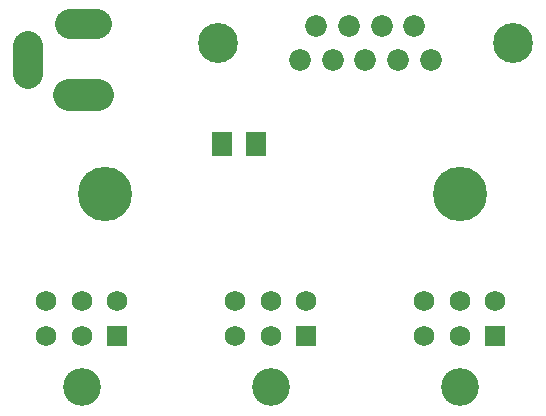
<source format=gbs>
G75*
G70*
%OFA0B0*%
%FSLAX24Y24*%
%IPPOS*%
%LPD*%
%AMOC8*
5,1,8,0,0,1.08239X$1,22.5*
%
%ADD10C,0.1812*%
%ADD11R,0.0682X0.0682*%
%ADD12C,0.0682*%
%ADD13C,0.1261*%
%ADD14C,0.0986*%
%ADD15C,0.1064*%
%ADD16C,0.0724*%
%ADD17C,0.1332*%
%ADD18R,0.0710X0.0790*%
D10*
X026553Y008469D03*
X038364Y008469D03*
D11*
X039545Y003745D03*
X033246Y003745D03*
X026947Y003745D03*
D12*
X025766Y003745D03*
X024585Y003745D03*
X024585Y004926D03*
X025766Y004926D03*
X026947Y004926D03*
X030884Y004926D03*
X032065Y004926D03*
X033246Y004926D03*
X032065Y003745D03*
X030884Y003745D03*
X037183Y003745D03*
X038364Y003745D03*
X038364Y004926D03*
X037183Y004926D03*
X039545Y004926D03*
D13*
X038364Y002044D03*
X032065Y002044D03*
X025766Y002044D03*
D14*
X023972Y012499D02*
X023972Y013404D01*
X025370Y014133D02*
X026276Y014133D01*
D15*
X026315Y011770D02*
X025331Y011770D01*
D16*
X033041Y012952D03*
X034132Y012952D03*
X035222Y012952D03*
X036313Y012952D03*
X037403Y012952D03*
X036858Y014070D03*
X035768Y014070D03*
X034677Y014070D03*
X033587Y014070D03*
D17*
X030303Y013511D03*
X040142Y013511D03*
D18*
X031577Y010166D03*
X030458Y010166D03*
M02*

</source>
